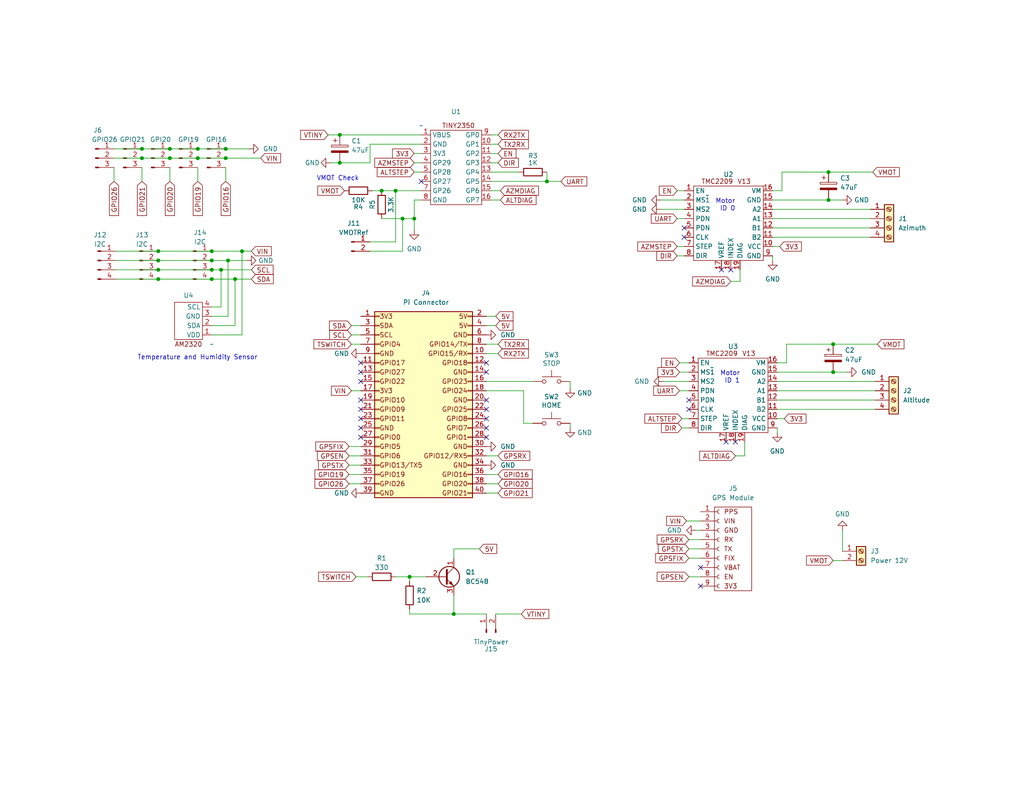
<source format=kicad_sch>
(kicad_sch (version 20231120) (generator "eeschema") (generator_version "8.0")
  (paper "USLetter")
  (title_block (title "Telescope Control Board for TMC2209") (date "2024-11-27") (rev "1") (company "Oak Ridge Computer Science Girls") (comment 1 "REV1: Change to one UART with 1K resistor") (comment 2 "REV2: Jumper for Tiny Power"))
  (lib_symbols
    (symbol "Connector:Conn_01x02_Pin" (pin_names (offset 1.016) hide)
      (property "Reference" "J" (at 0 2.54 0))
      (property "Value" "Conn_01x02_Pin" (at 0 -5.08 0))
      (symbol "Conn_01x02_Pin_1_1"
        (polyline (pts (xy 1.27 -2.54) (xy 0.8636 -2.54)) (stroke (width 0.1524)))
        (polyline (pts (xy 1.27 0) (xy 0.8636 0)) (stroke (width 0.1524)))
        (rectangle (start 0.8636 -2.413) (end 0 -2.667) (stroke (width 0.1524)) (fill (type outline)))
        (rectangle (start 0.8636 0.127) (end 0 -0.127) (stroke (width 0.1524)) (fill (type outline)))
        (pin passive line (at 5.08 0 180) (length 3.81) (name "Pin_1") (number "1"))
        (pin passive line (at 5.08 -2.54 180) (length 3.81) (name "Pin_2") (number "2"))
      )
    )
    (symbol "Connector:Conn_01x03_Pin" (pin_names (offset 1.016) hide)
      (property "Reference" "J" (at 0 5.08 0))
      (property "Value" "Conn_01x03_Pin" (at 0 -5.08 0))
      (symbol "Conn_01x03_Pin_1_1"
        (polyline (pts (xy 1.27 -2.54) (xy 0.8636 -2.54)) (stroke (width 0.1524)))
        (polyline (pts (xy 1.27 0) (xy 0.8636 0)) (stroke (width 0.1524)))
        (polyline (pts (xy 1.27 2.54) (xy 0.8636 2.54)) (stroke (width 0.1524)))
        (rectangle (start 0.8636 -2.413) (end 0 -2.667) (stroke (width 0.1524)) (fill (type outline)))
        (rectangle (start 0.8636 0.127) (end 0 -0.127) (stroke (width 0.1524)) (fill (type outline)))
        (rectangle (start 0.8636 2.667) (end 0 2.413) (stroke (width 0.1524)) (fill (type outline)))
        (pin passive line (at 5.08 2.54 180) (length 3.81) (name "Pin_1") (number "1"))
        (pin passive line (at 5.08 0 180) (length 3.81) (name "Pin_2") (number "2"))
        (pin passive line (at 5.08 -2.54 180) (length 3.81) (name "Pin_3") (number "3"))
      )
    )
    (symbol "Connector:Conn_01x04_Pin" (pin_names (offset 1.016) hide)
      (property "Reference" "J" (at 0 5.08 0))
      (property "Value" "Conn_01x04_Pin" (at 0 -7.62 0))
      (symbol "Conn_01x04_Pin_1_1"
        (polyline (pts (xy 1.27 -5.08) (xy 0.8636 -5.08)) (stroke (width 0.1524)))
        (polyline (pts (xy 1.27 -2.54) (xy 0.8636 -2.54)) (stroke (width 0.1524)))
        (polyline (pts (xy 1.27 0) (xy 0.8636 0)) (stroke (width 0.1524)))
        (polyline (pts (xy 1.27 2.54) (xy 0.8636 2.54)) (stroke (width 0.1524)))
        (rectangle (start 0.8636 -4.953) (end 0 -5.207) (stroke (width 0.1524)) (fill (type outline)))
        (rectangle (start 0.8636 -2.413) (end 0 -2.667) (stroke (width 0.1524)) (fill (type outline)))
        (rectangle (start 0.8636 0.127) (end 0 -0.127) (stroke (width 0.1524)) (fill (type outline)))
        (rectangle (start 0.8636 2.667) (end 0 2.413) (stroke (width 0.1524)) (fill (type outline)))
        (pin passive line (at 5.08 2.54 180) (length 3.81) (name "Pin_1") (number "1"))
        (pin passive line (at 5.08 0 180) (length 3.81) (name "Pin_2") (number "2"))
        (pin passive line (at 5.08 -2.54 180) (length 3.81) (name "Pin_3") (number "3"))
        (pin passive line (at 5.08 -5.08 180) (length 3.81) (name "Pin_4") (number "4"))
      )
    )
    (symbol "Connector:Conn_01x09_Socket" (pin_names (offset 1.016) hide)
      (property "Reference" "J5" (at -5.08 16.51 0))
      (property "Value" "GPS Module" (at -5.08 13.97 0))
      (symbol "Conn_01x09_Socket_1_1"
        (rectangle (start -1.27 11.43) (end 8.89 -11.43))
        (arc (start 0 -9.652) (mid -0.5058 -10.16) (end 0 -10.668) (stroke (width 0.1524)))
        (arc (start 0 -7.112) (mid -0.5058 -7.62) (end 0 -8.128) (stroke (width 0.1524)))
        (arc (start 0 -4.572) (mid -0.5058 -5.08) (end 0 -5.588) (stroke (width 0.1524)))
        (arc (start 0 -2.032) (mid -0.5058 -2.54) (end 0 -3.048) (stroke (width 0.1524)))
        (polyline (pts (xy -1.27 -10.16) (xy -0.508 -10.16)) (stroke (width 0.1524)))
        (polyline (pts (xy -1.27 -7.62) (xy -0.508 -7.62)) (stroke (width 0.1524)))
        (polyline (pts (xy -1.27 -5.08) (xy -0.508 -5.08)) (stroke (width 0.1524)))
        (polyline (pts (xy -1.27 -2.54) (xy -0.508 -2.54)) (stroke (width 0.1524)))
        (polyline (pts (xy -1.27 0) (xy -0.508 0)) (stroke (width 0.1524)))
        (polyline (pts (xy -1.27 2.54) (xy -0.508 2.54)) (stroke (width 0.1524)))
        (polyline (pts (xy -1.27 5.08) (xy -0.508 5.08)) (stroke (width 0.1524)))
        (polyline (pts (xy -1.27 7.62) (xy -0.508 7.62)) (stroke (width 0.1524)))
        (polyline (pts (xy -1.27 10.16) (xy -0.508 10.16)) (stroke (width 0.1524)))
        (arc (start 0 0.508) (mid -0.5058 0) (end 0 -0.508) (stroke (width 0.1524)))
        (arc (start 0 3.048) (mid -0.5058 2.54) (end 0 2.032) (stroke (width 0.1524)))
        (arc (start 0 5.588) (mid -0.5058 5.08) (end 0 4.572) (stroke (width 0.1524)))
        (arc (start 0 8.128) (mid -0.5058 7.62) (end 0 7.112) (stroke (width 0.1524)))
        (arc (start 0 10.668) (mid -0.5058 10.16) (end 0 9.652) (stroke (width 0.1524)))
        (text "3V3" (at 1.27 -10.16 0) (effects (font (size 1.27 1.27)) (justify left)))
        (text "EN" (at 1.27 -7.62 0) (effects (font (size 1.27 1.27)) (justify left)))
        (text "FIX" (at 1.27 -2.54 0) (effects (font (size 1.27 1.27)) (justify left)))
        (text "GND" (at 1.27 5.08 0) (effects (font (size 1.27 1.27)) (justify left)))
        (text "PPS" (at 1.27 10.16 0) (effects (font (size 1.27 1.27)) (justify left)))
        (text "RX" (at 1.27 2.54 0) (effects (font (size 1.27 1.27)) (justify left)))
        (text "TX" (at 1.27 0 0) (effects (font (size 1.27 1.27)) (justify left)))
        (text "VBAT" (at 1.27 -5.08 0) (effects (font (size 1.27 1.27)) (justify left)))
        (text "VIN" (at 1.27 7.62 0) (effects (font (size 1.27 1.27)) (justify left)))
        (pin passive line (at -5.08 10.16 0) (length 3.81) (name "Pin_1") (number "1"))
        (pin passive line (at -5.08 7.62 0) (length 3.81) (name "Pin_2") (number "2"))
        (pin passive line (at -5.08 5.08 0) (length 3.81) (name "Pin_3") (number "3"))
        (pin passive line (at -5.08 2.54 0) (length 3.81) (name "Pin_4") (number "4"))
        (pin passive line (at -5.08 0 0) (length 3.81) (name "Pin_5") (number "5"))
        (pin passive line (at -5.08 -2.54 0) (length 3.81) (name "Pin_6") (number "6"))
        (pin passive line (at -5.08 -5.08 0) (length 3.81) (name "Pin_7") (number "7"))
        (pin passive line (at -5.08 -7.62 0) (length 3.81) (name "Pin_8") (number "8"))
        (pin passive line (at -5.08 -10.16 0) (length 3.81) (name "Pin_9") (number "9"))
      )
    )
    (symbol "Connector:Screw_Terminal_01x02" (pin_names (offset 1.016) hide)
      (property "Reference" "J" (at 0 2.54 0))
      (property "Value" "Screw_Terminal_01x02" (at 0 -5.08 0))
      (symbol "Screw_Terminal_01x02_1_1"
        (rectangle (start -1.27 1.27) (end 1.27 -3.81) (stroke (width 0.254)) (fill (type background)))
        (circle (center 0 -2.54) (radius 0.635) (stroke (width 0.1524)))
        (polyline (pts (xy -0.5334 -2.2098) (xy 0.3302 -3.048)) (stroke (width 0.1524)))
        (polyline (pts (xy -0.5334 0.3302) (xy 0.3302 -0.508)) (stroke (width 0.1524)))
        (polyline (pts (xy -0.3556 -2.032) (xy 0.508 -2.8702)) (stroke (width 0.1524)))
        (polyline (pts (xy -0.3556 0.508) (xy 0.508 -0.3302)) (stroke (width 0.1524)))
        (circle (center 0 0) (radius 0.635) (stroke (width 0.1524)))
        (pin passive line (at -5.08 0 0) (length 3.81) (name "Pin_1") (number "1"))
        (pin passive line (at -5.08 -2.54 0) (length 3.81) (name "Pin_2") (number "2"))
      )
    )
    (symbol "Connector:Screw_Terminal_01x04" (pin_names (offset 1.016) hide)
      (property "Reference" "J" (at 0 5.08 0))
      (property "Value" "Screw_Terminal_01x04" (at 0 -7.62 0))
      (symbol "Screw_Terminal_01x04_1_1"
        (rectangle (start -1.27 3.81) (end 1.27 -6.35) (stroke (width 0.254)) (fill (type background)))
        (circle (center 0 -5.08) (radius 0.635) (stroke (width 0.1524)))
        (circle (center 0 -2.54) (radius 0.635) (stroke (width 0.1524)))
        (polyline (pts (xy -0.5334 -4.7498) (xy 0.3302 -5.588)) (stroke (width 0.1524)))
        (polyline (pts (xy -0.5334 -2.2098) (xy 0.3302 -3.048)) (stroke (width 0.1524)))
        (polyline (pts (xy -0.5334 0.3302) (xy 0.3302 -0.508)) (stroke (width 0.1524)))
        (polyline (pts (xy -0.5334 2.8702) (xy 0.3302 2.032)) (stroke (width 0.1524)))
        (polyline (pts (xy -0.3556 -4.572) (xy 0.508 -5.4102)) (stroke (width 0.1524)))
        (polyline (pts (xy -0.3556 -2.032) (xy 0.508 -2.8702)) (stroke (width 0.1524)))
        (polyline (pts (xy -0.3556 0.508) (xy 0.508 -0.3302)) (stroke (width 0.1524)))
        (polyline (pts (xy -0.3556 3.048) (xy 0.508 2.2098)) (stroke (width 0.1524)))
        (circle (center 0 0) (radius 0.635) (stroke (width 0.1524)))
        (circle (center 0 2.54) (radius 0.635) (stroke (width 0.1524)))
        (pin passive line (at -5.08 2.54 0) (length 3.81) (name "Pin_1") (number "1"))
        (pin passive line (at -5.08 0 0) (length 3.81) (name "Pin_2") (number "2"))
        (pin passive line (at -5.08 -2.54 0) (length 3.81) (name "Pin_3") (number "3"))
        (pin passive line (at -5.08 -5.08 0) (length 3.81) (name "Pin_4") (number "4"))
      )
    )
    (symbol "Connector_Generic:Conn_02x20_Odd_Even" (pin_names (offset 1.016) hide)
      (property "Reference" "J4" (at 12.7 29.21 0))
      (property "Value" "Pi Connector" (at 12.7 26.67 0))
      (symbol "Conn_02x20_Odd_Even_1_1"
        (rectangle (start -1.27 -25.273) (end 0 -25.527) (stroke (width 0.1524)))
        (rectangle (start -1.27 -22.733) (end 0 -22.987) (stroke (width 0.1524)))
        (rectangle (start -1.27 -20.193) (end 0 -20.447) (stroke (width 0.1524)))
        (rectangle (start -1.27 -17.653) (end 0 -17.907) (stroke (width 0.1524)))
        (rectangle (start -1.27 -15.113) (end 0 -15.367) (stroke (width 0.1524)))
        (rectangle (start -1.27 -12.573) (end 0 -12.827) (stroke (width 0.1524)))
        (rectangle (start -1.27 -10.033) (end 0 -10.287) (stroke (width 0.1524)))
        (rectangle (start -1.27 -7.493) (end 0 -7.747) (stroke (width 0.1524)))
        (rectangle (start -1.27 -4.953) (end 0 -5.207) (stroke (width 0.1524)))
        (rectangle (start -1.27 -2.413) (end 0 -2.667) (stroke (width 0.1524)))
        (rectangle (start -1.27 0.127) (end 0 -0.127) (stroke (width 0.1524)))
        (rectangle (start -1.27 2.667) (end 0 2.413) (stroke (width 0.1524)))
        (rectangle (start -1.27 5.207) (end 0 4.953) (stroke (width 0.1524)))
        (rectangle (start -1.27 7.747) (end 0 7.493) (stroke (width 0.1524)))
        (rectangle (start -1.27 10.287) (end 0 10.033) (stroke (width 0.1524)))
        (rectangle (start -1.27 12.827) (end 0 12.573) (stroke (width 0.1524)))
        (rectangle (start -1.27 15.367) (end 0 15.113) (stroke (width 0.1524)))
        (rectangle (start -1.27 17.907) (end 0 17.653) (stroke (width 0.1524)))
        (rectangle (start -1.27 20.447) (end 0 20.193) (stroke (width 0.1524)))
        (rectangle (start -1.27 22.987) (end 0 22.733) (stroke (width 0.1524)))
        (rectangle (start -1.27 24.13) (end 25.4 -26.67) (stroke (width 0.254)) (fill (type background)))
        (rectangle (start 25.4 -25.273) (end 24.13 -25.527) (stroke (width 0.1524)))
        (rectangle (start 25.4 -22.733) (end 24.13 -22.987) (stroke (width 0.1524)))
        (rectangle (start 25.4 -20.193) (end 24.13 -20.447) (stroke (width 0.1524)))
        (rectangle (start 25.4 -17.653) (end 24.13 -17.907) (stroke (width 0.1524)))
        (rectangle (start 25.4 -15.113) (end 24.13 -15.367) (stroke (width 0.1524)))
        (rectangle (start 25.4 -12.573) (end 24.13 -12.827) (stroke (width 0.1524)))
        (rectangle (start 25.4 -10.033) (end 24.13 -10.287) (stroke (width 0.1524)))
        (rectangle (start 25.4 -7.493) (end 24.13 -7.747) (stroke (width 0.1524)))
        (rectangle (start 25.4 -4.953) (end 24.13 -5.207) (stroke (width 0.1524)))
        (rectangle (start 25.4 -2.413) (end 24.13 -2.667) (stroke (width 0.1524)))
        (rectangle (start 25.4 0.127) (end 24.13 -0.127) (stroke (width 0.1524)))
        (rectangle (start 25.4 2.667) (end 24.13 2.413) (stroke (width 0.1524)))
        (rectangle (start 25.4 5.207) (end 24.13 4.953) (stroke (width 0.1524)))
        (rectangle (start 25.4 7.747) (end 24.13 7.493) (stroke (width 0.1524)))
        (rectangle (start 25.4 10.287) (end 24.13 10.033) (stroke (width 0.1524)))
        (rectangle (start 25.4 12.827) (end 24.13 12.573) (stroke (width 0.1524)))
        (rectangle (start 25.4 15.367) (end 24.13 15.113) (stroke (width 0.1524)))
        (rectangle (start 25.4 17.907) (end 24.13 17.653) (stroke (width 0.1524)))
        (rectangle (start 25.4 20.447) (end 24.13 20.193) (stroke (width 0.1524)))
        (rectangle (start 25.4 22.987) (end 24.13 22.733) (stroke (width 0.1524)))
        (text "3V3" (at 0 2.54 0) (effects (font (size 1.27 1.27)) (justify left)))
        (text "3V3" (at 0 22.86 0) (effects (font (size 1.27 1.27)) (justify left)))
        (text "5V" (at 24.13 20.32 0) (effects (font (size 1.27 1.27)) (justify right)))
        (text "5V" (at 24.13 22.86 0) (effects (font (size 1.27 1.27)) (justify right)))
        (text "GND" (at 0 -25.4 0) (effects (font (size 1.27 1.27)) (justify left)))
        (text "GND" (at 0 -7.62 0) (effects (font (size 1.27 1.27)) (justify left)))
        (text "GND" (at 0 12.7 0) (effects (font (size 1.27 1.27)) (justify left)))
        (text "GND" (at 24.13 -17.78 0) (effects (font (size 1.27 1.27)) (justify right)))
        (text "GND" (at 24.13 -12.7 0) (effects (font (size 1.27 1.27)) (justify right)))
        (text "GND" (at 24.13 0 0) (effects (font (size 1.27 1.27)) (justify right)))
        (text "GND" (at 24.13 7.62 0) (effects (font (size 1.27 1.27)) (justify right)))
        (text "GND" (at 24.13 17.78 0) (effects (font (size 1.27 1.27)) (justify right)))
        (text "GPIO0" (at 0 -10.16 0) (effects (font (size 1.27 1.27)) (justify left)))
        (text "GPIO09" (at 0 -2.54 0) (effects (font (size 1.27 1.27)) (justify left)))
        (text "GPIO1" (at 24.13 -10.16 0) (effects (font (size 1.27 1.27)) (justify right)))
        (text "GPIO10" (at 0 0 0) (effects (font (size 1.27 1.27)) (justify left)))
        (text "GPIO11" (at 0 -5.08 0) (effects (font (size 1.27 1.27)) (justify left)))
        (text "GPIO12/RX5" (at 24.13 -15.24 0) (effects (font (size 1.27 1.27)) (justify right)))
        (text "GPIO13/TX5" (at 0 -17.78 0) (effects (font (size 1.27 1.27)) (justify left)))
        (text "GPIO14/TX" (at 24.13 15.24 0) (effects (font (size 1.27 1.27)) (justify right)))
        (text "GPIO15/RX" (at 24.13 12.7 0) (effects (font (size 1.27 1.27)) (justify right)))
        (text "GPIO16" (at 24.13 -20.32 0) (effects (font (size 1.27 1.27)) (justify right)))
        (text "GPIO17" (at 0 10.16 0) (effects (font (size 1.27 1.27)) (justify left)))
        (text "GPIO18" (at 24.13 10.16 0) (effects (font (size 1.27 1.27)) (justify right)))
        (text "GPIO19" (at 0 -20.32 0) (effects (font (size 1.27 1.27)) (justify left)))
        (text "GPIO20" (at 24.13 -22.86 0) (effects (font (size 1.27 1.27)) (justify right)))
        (text "GPIO21" (at 24.13 -25.4 0) (effects (font (size 1.27 1.27)) (justify right)))
        (text "GPIO22" (at 0 5.08 0) (effects (font (size 1.27 1.27)) (justify left)))
        (text "GPIO23" (at 24.13 5.08 0) (effects (font (size 1.27 1.27)) (justify right)))
        (text "GPIO24" (at 24.13 2.54 0) (effects (font (size 1.27 1.27)) (justify right)))
        (text "GPIO25" (at 24.13 -2.54 0) (effects (font (size 1.27 1.27)) (justify right)))
        (text "GPIO26" (at 0 -22.86 0) (effects (font (size 1.27 1.27)) (justify left)))
        (text "GPIO27" (at 0 7.62 0) (effects (font (size 1.27 1.27)) (justify left)))
        (text "GPIO4" (at 0 15.24 0) (effects (font (size 1.27 1.27)) (justify left)))
        (text "GPIO5" (at 0 -12.7 0) (effects (font (size 1.27 1.27)) (justify left)))
        (text "GPIO6" (at 0 -15.24 0) (effects (font (size 1.27 1.27)) (justify left)))
        (text "GPIO7" (at 24.13 -7.62 0) (effects (font (size 1.27 1.27)) (justify right)))
        (text "GPIO8" (at 24.13 -5.08 0) (effects (font (size 1.27 1.27)) (justify right)))
        (text "SCL" (at 0 17.78 0) (effects (font (size 1.27 1.27)) (justify left)))
        (text "SDA" (at 0 20.32 0) (effects (font (size 1.27 1.27)) (justify left)))
        (pin passive line (at -5.08 22.86 0) (length 3.81) (name "Pin_1") (number "1"))
        (pin passive line (at 29.21 12.7 180) (length 3.81) (name "Pin_10") (number "10"))
        (pin passive line (at -5.08 10.16 0) (length 3.81) (name "Pin_11") (number "11"))
        (pin passive line (at 29.21 10.16 180) (length 3.81) (name "Pin_12") (number "12"))
        (pin passive line (at -5.08 7.62 0) (length 3.81) (name "Pin_13") (number "13"))
        (pin passive line (at 29.21 7.62 180) (length 3.81) (name "Pin_14") (number "14"))
        (pin passive line (at -5.08 5.08 0) (length 3.81) (name "Pin_15") (number "15"))
        (pin passive line (at 29.21 5.08 180) (length 3.81) (name "Pin_16") (number "16"))
        (pin passive line (at -5.08 2.54 0) (length 3.81) (name "Pin_17") (number "17"))
        (pin passive line (at 29.21 2.54 180) (length 3.81) (name "Pin_18") (number "18"))
        (pin passive line (at -5.08 0 0) (length 3.81) (name "Pin_19") (number "19"))
        (pin passive line (at 29.21 22.86 180) (length 3.81) (name "Pin_2") (number "2"))
        (pin passive line (at 29.21 0 180) (length 3.81) (name "Pin_20") (number "20"))
        (pin passive line (at -5.08 -2.54 0) (length 3.81) (name "Pin_21") (number "21"))
        (pin passive line (at 29.21 -2.54 180) (length 3.81) (name "Pin_22") (number "22"))
        (pin passive line (at -5.08 -5.08 0) (length 3.81) (name "Pin_23") (number "23"))
        (pin passive line (at 29.21 -5.08 180) (length 3.81) (name "Pin_24") (number "24"))
        (pin passive line (at -5.08 -7.62 0) (length 3.81) (name "Pin_25") (number "25"))
        (pin passive line (at 29.21 -7.62 180) (length 3.81) (name "Pin_26") (number "26"))
        (pin passive line (at -5.08 -10.16 0) (length 3.81) (name "Pin_27") (number "27"))
        (pin passive line (at 29.21 -10.16 180) (length 3.81) (name "Pin_28") (number "28"))
        (pin passive line (at -5.08 -12.7 0) (length 3.81) (name "Pin_29") (number "29"))
        (pin passive line (at -5.08 20.32 0) (length 3.81) (name "Pin_3") (number "3"))
        (pin passive line (at 29.21 -12.7 180) (length 3.81) (name "Pin_30") (number "30"))
        (pin passive line (at -5.08 -15.24 0) (length 3.81) (name "Pin_31") (number "31"))
        (pin passive line (at 29.21 -15.24 180) (length 3.81) (name "Pin_32") (number "32"))
        (pin passive line (at -5.08 -17.78 0) (length 3.81) (name "Pin_33") (number "33"))
        (pin passive line (at 29.21 -17.78 180) (length 3.81) (name "Pin_34") (number "34"))
        (pin passive line (at -5.08 -20.32 0) (length 3.81) (name "Pin_35") (number "35"))
        (pin passive line (at 29.21 -20.32 180) (length 3.81) (name "Pin_36") (number "36"))
        (pin passive line (at -5.08 -22.86 0) (length 3.81) (name "Pin_37") (number "37"))
        (pin passive line (at 29.21 -22.86 180) (length 3.81) (name "Pin_38") (number "38"))
        (pin passive line (at -5.08 -25.4 0) (length 3.81) (name "Pin_39") (number "39"))
        (pin passive line (at 29.21 20.32 180) (length 3.81) (name "Pin_4") (number "4"))
        (pin passive line (at 29.21 -25.4 180) (length 3.81) (name "Pin_40") (number "40"))
        (pin passive line (at -5.08 17.78 0) (length 3.81) (name "Pin_5") (number "5"))
        (pin passive line (at 29.21 17.78 180) (length 3.81) (name "Pin_6") (number "6"))
        (pin passive line (at -5.08 15.24 0) (length 3.81) (name "Pin_7") (number "7"))
        (pin passive line (at 29.21 15.24 180) (length 3.81) (name "Pin_8") (number "8"))
        (pin passive line (at -5.08 12.7 0) (length 3.81) (name "Pin_9") (number "9"))
      )
    )
    (symbol "Device:C_Polarized" (pin_numbers hide) (pin_names (offset 0.254))
      (property "Reference" "C" (at 0.635 2.54 0))
      (property "Value" "C_Polarized" (at 0.635 -2.54 0))
      (symbol "C_Polarized_0_1"
        (rectangle (start -2.286 0.508) (end 2.286 1.016))
        (polyline (pts (xy -1.778 2.286) (xy -0.762 2.286)))
        (polyline (pts (xy -1.27 2.794) (xy -1.27 1.778)))
        (rectangle (start 2.286 -0.508) (end -2.286 -1.016) (fill (type outline)))
      )
      (symbol "C_Polarized_1_1"
        (pin passive line (at 0 3.81 270) (length 2.794) (name "~") (number "1"))
        (pin passive line (at 0 -3.81 90) (length 2.794) (name "~") (number "2"))
      )
    )
    (symbol "Device:R" (pin_numbers hide) (pin_names (offset 0))
      (property "Reference" "R" (at 2.032 0 90))
      (property "Value" "R" (at 0 0 90))
      (symbol "R_0_1"
        (rectangle (start -1.016 -2.54) (end 1.016 2.54) (stroke (width 0.254)))
      )
      (symbol "R_1_1"
        (pin passive line (at 0 3.81 270) (length 1.27) (name "~") (number "1"))
        (pin passive line (at 0 -3.81 90) (length 1.27) (name "~") (number "2"))
      )
    )
    (symbol "Switch:SW_Push" (pin_numbers hide) (pin_names (offset 1.016) hide)
      (property "Reference" "SW" (at 1.27 2.54 0))
      (property "Value" "SW_Push" (at 0 -1.524 0))
      (symbol "SW_Push_0_1"
        (circle (center -2.032 0) (radius 0.508))
        (polyline (pts (xy 0 1.27) (xy 0 3.048)))
        (polyline (pts (xy 2.54 1.27) (xy -2.54 1.27)))
        (circle (center 2.032 0) (radius 0.508))
        (pin passive line (at -5.08 0 0) (length 2.54) (name "1") (number "1"))
        (pin passive line (at 5.08 0 180) (length 2.54) (name "2") (number "2"))
      )
    )
    (symbol "ThomasSymbols:AM2320"
      (property "Reference" "U" (at 6.35 2.54 0))
      (symbol "AM2320_0_1"
        (rectangle (start 2.54 -1.27) (end 10.16 -11.43))
      )
      (symbol "AM2320_1_1"
        (text "AM2320" (at 6.35 0 0) (effects (font (size 1.27 1.27))))
        (pin input line (at 0 -2.54 0) (length 2.54) (name "VDD") (number "1"))
        (pin input line (at 0 -5.08 0) (length 2.54) (name "SDA") (number "2"))
        (pin input line (at 0 -7.62 0) (length 2.54) (name "GND") (number "3"))
        (pin input line (at 0 -10.16 0) (length 2.54) (name "SCL") (number "4"))
      )
    )
    (symbol "ThomasSymbols:TINY2350"
      (property "Reference" "U1" (at 9.525 3.81 0))
      (property "Value" "~" (at 0 0 0))
      (symbol "TINY2350_1_1"
        (rectangle (start 2.54 -1.27) (end 16.51 -21.59))
        (text "TINY2350" (at 10.16 0 0) (effects (font (size 1.27 1.27))))
        (pin output line (at 0 -2.54 0) (length 2.54) (name "VBUS") (number "1"))
        (pin bidirectional line (at 19.05 -5.08 180) (length 2.54) (name "GP1") (number "10"))
        (pin bidirectional line (at 19.05 -7.62 180) (length 2.54) (name "GP2") (number "11"))
        (pin bidirectional line (at 19.05 -10.16 180) (length 2.54) (name "GP3") (number "12"))
        (pin bidirectional line (at 19.05 -12.7 180) (length 2.54) (name "GP4") (number "13"))
        (pin bidirectional line (at 19.05 -15.24 180) (length 2.54) (name "GP5") (number "14"))
        (pin bidirectional line (at 19.05 -17.78 180) (length 2.54) (name "GP6") (number "15"))
        (pin bidirectional line (at 19.05 -20.32 180) (length 2.54) (name "GP7") (number "16"))
        (pin bidirectional line (at 0 -5.08 0) (length 2.54) (name "GND") (number "2"))
        (pin output line (at 0 -7.62 0) (length 2.54) (name "3V3") (number "3"))
        (pin bidirectional line (at 0 -10.16 0) (length 2.54) (name "GP29") (number "4"))
        (pin bidirectional line (at 0 -12.7 0) (length 2.54) (name "GP28") (number "5"))
        (pin bidirectional line (at 0 -15.24 0) (length 2.54) (name "GP27") (number "6"))
        (pin bidirectional line (at 0 -17.78 0) (length 2.54) (name "GP26") (number "7"))
        (pin bidirectional line (at 0 -20.32 0) (length 2.54) (name "GND") (number "8"))
        (pin bidirectional line (at 19.05 -2.54 180) (length 2.54) (name "GP0") (number "9"))
      )
    )
    (symbol "ThomasSymbols:TMC2209"
      (property "Reference" "U" (at 5.08 6.35 0))
      (symbol "TMC2209_0_1"
        (rectangle (start -3.81 2.54) (end 15.24 -17.78))
      )
      (symbol "TMC2209_1_1"
        (text "TMC2209	V13" (at 5.08 3.81 0) (effects (font (size 1.27 1.27))))
        (pin input line (at -6.35 1.27 0) (length 2.54) (name "EN") (number "1"))
        (pin input line (at 17.78 -13.97 180) (length 2.54) (name "VCC") (number "10"))
        (pin power_out line (at 17.78 -11.43 180) (length 2.54) (name "B2") (number "11"))
        (pin power_out line (at 17.78 -8.89 180) (length 2.54) (name "B1") (number "12"))
        (pin power_out line (at 17.78 -6.35 180) (length 2.54) (name "A1") (number "13"))
        (pin power_out line (at 17.78 -3.81 180) (length 2.54) (name "A2") (number "14"))
        (pin input line (at 17.78 -1.27 180) (length 2.54) (name "GND") (number "15"))
        (pin input line (at 17.78 1.27 180) (length 2.54) (name "VM") (number "16"))
        (pin input line (at 3.81 -20.32 90) (length 2.54) (name "VREF") (number "17"))
        (pin output line (at 6.35 -20.32 90) (length 2.54) (name "INDEX") (number "18"))
        (pin output line (at 8.89 -20.32 90) (length 2.54) (name "DIAG") (number "19"))
        (pin input line (at -6.35 -1.27 0) (length 2.54) (name "MS1") (number "2"))
        (pin input line (at -6.35 -3.81 0) (length 2.54) (name "MS2") (number "3"))
        (pin bidirectional line (at -6.35 -6.35 0) (length 2.54) (name "PDN") (number "4"))
        (pin bidirectional line (at -6.35 -8.89 0) (length 2.54) (name "PDN") (number "5"))
        (pin bidirectional line (at -6.35 -11.43 0) (length 2.54) (name "CLK") (number "6"))
        (pin input line (at -6.35 -13.97 0) (length 2.54) (name "STEP") (number "7"))
        (pin input line (at -6.35 -16.51 0) (length 2.54) (name "DIR") (number "8"))
        (pin input line (at 17.78 -16.51 180) (length 2.54) (name "GND") (number "9"))
      )
    )
    (symbol "Transistor_BJT:BC548" (pin_names (offset 0) hide)
      (property "Reference" "Q" (at 5.08 1.905 0))
      (property "Value" "BC548" (at 5.08 0 0))
      (symbol "BC548_0_1"
        (polyline (pts (xy 0 0) (xy 0.635 0)))
        (polyline (pts (xy 0.635 0.635) (xy 2.54 2.54)))
        (polyline (pts (xy 0.635 -0.635) (xy 2.54 -2.54) (xy 2.54 -2.54)))
        (polyline (pts (xy 0.635 1.905) (xy 0.635 -1.905) (xy 0.635 -1.905)) (stroke (width 0.508)))
        (polyline (pts (xy 1.27 -1.778) (xy 1.778 -1.27) (xy 2.286 -2.286) (xy 1.27 -1.778) (xy 1.27 -1.778)) (fill (type outline)))
        (circle (center 1.27 0) (radius 2.8194) (stroke (width 0.254)))
      )
      (symbol "BC548_1_1"
        (pin passive line (at 2.54 5.08 270) (length 2.54) (name "C") (number "1"))
        (pin input line (at -5.08 0 0) (length 5.08) (name "B") (number "2"))
        (pin passive line (at 2.54 -5.08 90) (length 2.54) (name "E") (number "3"))
      )
    )
    (symbol "power:GND" (power) (pin_names (offset 0))
      (property "Value" "GND" (at 0 -3.81 0))
      (symbol "GND_0_1"
        (polyline (pts (xy 0 0) (xy 0 -1.27) (xy 1.27 -1.27) (xy 0 -2.54) (xy -1.27 -1.27) (xy 0 -1.27)))
      )
      (symbol "GND_1_1"
        (pin power_in line (at 0 0 270) (length 0) hide (name "GND") (number "1"))
      )
    )
  )
  (junction (at 57.785 71.12))
  (junction (at 66.04 68.58))
  (junction (at 111.76 157.48))
  (junction (at 60.325 73.66))
  (junction (at 104.14 52.07))
  (junction (at 57.785 68.58))
  (junction (at 53.975 43.18))
  (junction (at 92.71 36.83))
  (junction (at 123.825 167.64))
  (junction (at 43.18 76.2))
  (junction (at 57.785 73.66))
  (junction (at 109.855 59.69))
  (junction (at 226.06 46.99))
  (junction (at 92.71 44.45))
  (junction (at 43.18 68.58))
  (junction (at 38.735 43.18))
  (junction (at 227.33 101.6))
  (junction (at 61.595 43.18))
  (junction (at 113.03 59.69))
  (junction (at 38.735 40.64))
  (junction (at 46.355 43.18))
  (junction (at 43.18 71.12))
  (junction (at 226.06 54.61))
  (junction (at 62.23 71.12))
  (junction (at 64.135 76.2))
  (junction (at 61.595 40.64))
  (junction (at 227.33 93.98))
  (junction (at 46.355 40.64))
  (junction (at 107.95 52.07))
  (junction (at 53.975 40.64))
  (junction (at 149.225 49.53))
  (junction (at 57.785 76.2))
  (junction (at 43.18 73.66))
  (no_connect (at 132.715 116.84))
  (no_connect (at 186.69 62.23))
  (no_connect (at 186.69 64.77))
  (no_connect (at 132.715 111.76))
  (no_connect (at 200.66 120.65))
  (no_connect (at 196.85 73.66))
  (no_connect (at 98.425 99.06))
  (no_connect (at 132.715 101.6))
  (no_connect (at 187.96 111.76))
  (no_connect (at 199.39 73.66))
  (no_connect (at 98.425 104.14))
  (no_connect (at 187.96 109.22))
  (no_connect (at 98.425 101.6))
  (no_connect (at 132.715 119.38))
  (no_connect (at 98.425 119.38))
  (no_connect (at 98.425 114.3))
  (no_connect (at 132.715 114.3))
  (no_connect (at 98.425 109.22))
  (no_connect (at 191.135 154.94))
  (no_connect (at 98.425 116.84))
  (no_connect (at 98.425 111.76))
  (no_connect (at 132.715 109.22))
  (no_connect (at 198.12 120.65))
  (no_connect (at 114.935 49.53))
  (no_connect (at 132.715 99.06))
  (no_connect (at 191.135 160.02))
  (wire (pts (xy 180.34 57.15) (xy 186.69 57.15)))
  (wire (pts (xy 214.63 93.98) (xy 227.33 93.98)))
  (wire (pts (xy 92.71 36.83) (xy 114.935 36.83)))
  (wire (pts (xy 46.355 43.18) (xy 53.975 43.18)))
  (wire (pts (xy 210.82 59.69) (xy 237.49 59.69)))
  (wire (pts (xy 68.58 73.66) (xy 60.325 73.66)))
  (wire (pts (xy 199.39 76.835) (xy 201.93 76.835)))
  (wire (pts (xy 109.855 68.58) (xy 109.855 59.69)))
  (wire (pts (xy 111.76 158.75) (xy 111.76 157.48)))
  (wire (pts (xy 213.36 46.99) (xy 226.06 46.99)))
  (wire (pts (xy 95.25 121.92) (xy 98.425 121.92)))
  (wire (pts (xy 43.18 71.12) (xy 57.785 71.12)))
  (wire (pts (xy 66.04 91.44) (xy 66.04 68.58)))
  (wire (pts (xy 132.715 96.52) (xy 135.89 96.52)))
  (wire (pts (xy 132.715 124.46) (xy 135.89 124.46)))
  (wire (pts (xy 95.885 91.44) (xy 98.425 91.44)))
  (wire (pts (xy 31.75 76.2) (xy 43.18 76.2)))
  (wire (pts (xy 229.87 144.78) (xy 229.87 150.495)))
  (wire (pts (xy 113.03 59.69) (xy 113.03 62.865)))
  (wire (pts (xy 133.985 36.83) (xy 135.89 36.83)))
  (wire (pts (xy 187.96 149.86) (xy 191.135 149.86)))
  (wire (pts (xy 104.14 59.69) (xy 109.855 59.69)))
  (wire (pts (xy 61.595 43.18) (xy 71.12 43.18)))
  (wire (pts (xy 185.42 99.06) (xy 187.96 99.06)))
  (wire (pts (xy 186.055 114.3) (xy 187.96 114.3)))
  (wire (pts (xy 132.715 88.9) (xy 135.255 88.9)))
  (wire (pts (xy 187.96 152.4) (xy 191.135 152.4)))
  (wire (pts (xy 114.935 39.37) (xy 100.965 39.37)))
  (wire (pts (xy 67.31 71.12) (xy 62.23 71.12)))
  (wire (pts (xy 210.82 54.61) (xy 226.06 54.61)))
  (wire (pts (xy 57.785 83.82) (xy 60.325 83.82)))
  (wire (pts (xy 145.415 115.57) (xy 142.875 115.57)))
  (wire (pts (xy 100.965 39.37) (xy 100.965 44.45)))
  (wire (pts (xy 38.735 43.18) (xy 46.355 43.18)))
  (wire (pts (xy 132.715 104.14) (xy 145.415 104.14)))
  (wire (pts (xy 149.225 49.53) (xy 153.035 49.53)))
  (wire (pts (xy 186.055 116.84) (xy 187.96 116.84)))
  (wire (pts (xy 57.785 88.9) (xy 64.135 88.9)))
  (wire (pts (xy 113.03 54.61) (xy 113.03 59.69)))
  (wire (pts (xy 46.355 45.72) (xy 46.355 49.53)))
  (wire (pts (xy 203.2 124.46) (xy 203.2 120.65)))
  (wire (pts (xy 66.04 68.58) (xy 57.785 68.58)))
  (wire (pts (xy 226.06 54.61) (xy 229.87 54.61)))
  (wire (pts (xy 113.03 46.99) (xy 114.935 46.99)))
  (wire (pts (xy 227.33 153.035) (xy 229.87 153.035)))
  (wire (pts (xy 212.09 106.68) (xy 238.76 106.68)))
  (wire (pts (xy 187.96 157.48) (xy 191.135 157.48)))
  (wire (pts (xy 43.18 76.2) (xy 57.785 76.2)))
  (wire (pts (xy 53.975 43.18) (xy 61.595 43.18)))
  (wire (pts (xy 227.33 93.98) (xy 239.395 93.98)))
  (wire (pts (xy 133.985 49.53) (xy 149.225 49.53)))
  (wire (pts (xy 43.18 73.66) (xy 57.785 73.66)))
  (wire (pts (xy 31.75 73.66) (xy 43.18 73.66)))
  (wire (pts (xy 31.115 43.18) (xy 38.735 43.18)))
  (wire (pts (xy 155.575 116.84) (xy 155.575 115.57)))
  (wire (pts (xy 107.95 66.04) (xy 107.95 52.07)))
  (wire (pts (xy 133.985 44.45) (xy 135.89 44.45)))
  (wire (pts (xy 57.785 91.44) (xy 66.04 91.44)))
  (wire (pts (xy 31.75 68.58) (xy 43.18 68.58)))
  (wire (pts (xy 130.81 149.86) (xy 123.825 149.86)))
  (wire (pts (xy 133.985 54.61) (xy 136.525 54.61)))
  (wire (pts (xy 57.785 86.36) (xy 62.23 86.36)))
  (wire (pts (xy 132.715 134.62) (xy 135.89 134.62)))
  (wire (pts (xy 135.255 167.64) (xy 142.24 167.64)))
  (wire (pts (xy 31.75 71.12) (xy 43.18 71.12)))
  (wire (pts (xy 184.785 59.69) (xy 186.69 59.69)))
  (wire (pts (xy 133.985 52.07) (xy 136.525 52.07)))
  (wire (pts (xy 68.58 76.2) (xy 64.135 76.2)))
  (wire (pts (xy 212.09 99.06) (xy 214.63 99.06)))
  (wire (pts (xy 60.325 73.66) (xy 57.785 73.66)))
  (wire (pts (xy 38.735 45.72) (xy 38.735 49.53)))
  (wire (pts (xy 210.82 52.07) (xy 213.36 52.07)))
  (wire (pts (xy 132.715 93.98) (xy 135.89 93.98)))
  (wire (pts (xy 210.82 67.31) (xy 212.725 67.31)))
  (wire (pts (xy 113.03 54.61) (xy 114.935 54.61)))
  (wire (pts (xy 43.18 68.58) (xy 57.785 68.58)))
  (wire (pts (xy 95.25 124.46) (xy 98.425 124.46)))
  (wire (pts (xy 187.325 142.24) (xy 191.135 142.24)))
  (wire (pts (xy 95.25 132.08) (xy 98.425 132.08)))
  (wire (pts (xy 68.58 68.58) (xy 66.04 68.58)))
  (wire (pts (xy 100.965 66.04) (xy 107.95 66.04)))
  (wire (pts (xy 133.985 41.91) (xy 135.89 41.91)))
  (wire (pts (xy 92.71 44.45) (xy 100.965 44.45)))
  (wire (pts (xy 187.96 147.32) (xy 191.135 147.32)))
  (wire (pts (xy 189.865 144.78) (xy 191.135 144.78)))
  (wire (pts (xy 61.595 45.72) (xy 61.595 49.53)))
  (wire (pts (xy 212.09 116.84) (xy 212.09 118.11)))
  (wire (pts (xy 61.595 40.64) (xy 67.945 40.64)))
  (wire (pts (xy 210.82 64.77) (xy 237.49 64.77)))
  (wire (pts (xy 60.325 83.82) (xy 60.325 73.66)))
  (wire (pts (xy 123.825 167.64) (xy 132.715 167.64)))
  (wire (pts (xy 111.76 167.64) (xy 123.825 167.64)))
  (wire (pts (xy 123.825 162.56) (xy 123.825 167.64)))
  (wire (pts (xy 62.23 86.36) (xy 62.23 71.12)))
  (wire (pts (xy 238.125 46.99) (xy 226.06 46.99)))
  (wire (pts (xy 111.76 157.48) (xy 116.205 157.48)))
  (wire (pts (xy 213.36 52.07) (xy 213.36 46.99)))
  (wire (pts (xy 95.885 93.98) (xy 98.425 93.98)))
  (wire (pts (xy 214.63 99.06) (xy 214.63 93.98)))
  (wire (pts (xy 185.42 101.6) (xy 187.96 101.6)))
  (wire (pts (xy 212.09 111.76) (xy 238.76 111.76)))
  (wire (pts (xy 53.975 40.64) (xy 61.595 40.64)))
  (wire (pts (xy 95.25 127) (xy 98.425 127)))
  (wire (pts (xy 133.985 46.99) (xy 141.605 46.99)))
  (wire (pts (xy 95.25 129.54) (xy 98.425 129.54)))
  (wire (pts (xy 111.76 167.64) (xy 111.76 166.37)))
  (wire (pts (xy 123.825 149.86) (xy 123.825 152.4)))
  (wire (pts (xy 210.82 57.15) (xy 237.49 57.15)))
  (wire (pts (xy 201.93 76.835) (xy 201.93 73.66)))
  (wire (pts (xy 31.115 40.64) (xy 38.735 40.64)))
  (wire (pts (xy 184.785 67.31) (xy 186.69 67.31)))
  (wire (pts (xy 95.885 88.9) (xy 98.425 88.9)))
  (wire (pts (xy 53.975 45.72) (xy 53.975 49.53)))
  (wire (pts (xy 107.95 157.48) (xy 111.76 157.48)))
  (wire (pts (xy 184.785 69.85) (xy 186.69 69.85)))
  (wire (pts (xy 149.225 49.53) (xy 149.225 46.99)))
  (wire (pts (xy 64.135 88.9) (xy 64.135 76.2)))
  (wire (pts (xy 62.23 71.12) (xy 57.785 71.12)))
  (wire (pts (xy 142.875 115.57) (xy 142.875 106.68)))
  (wire (pts (xy 90.17 44.45) (xy 92.71 44.45)))
  (wire (pts (xy 132.715 129.54) (xy 135.89 129.54)))
  (wire (pts (xy 184.785 52.07) (xy 186.69 52.07)))
  (wire (pts (xy 180.34 54.61) (xy 186.69 54.61)))
  (wire (pts (xy 38.735 40.64) (xy 46.355 40.64)))
  (wire (pts (xy 227.33 101.6) (xy 231.14 101.6)))
  (wire (pts (xy 64.135 76.2) (xy 57.785 76.2)))
  (wire (pts (xy 132.715 86.36) (xy 135.255 86.36)))
  (wire (pts (xy 89.535 36.83) (xy 92.71 36.83)))
  (wire (pts (xy 31.115 45.72) (xy 31.115 49.53)))
  (wire (pts (xy 210.82 62.23) (xy 237.49 62.23)))
  (wire (pts (xy 212.09 101.6) (xy 227.33 101.6)))
  (wire (pts (xy 210.82 69.85) (xy 210.82 71.12)))
  (wire (pts (xy 155.575 106.045) (xy 155.575 104.14)))
  (wire (pts (xy 109.855 59.69) (xy 113.03 59.69)))
  (wire (pts (xy 101.6 52.07) (xy 104.14 52.07)))
  (wire (pts (xy 132.715 132.08) (xy 135.89 132.08)))
  (wire (pts (xy 142.875 106.68) (xy 132.715 106.68)))
  (wire (pts (xy 180.975 104.14) (xy 187.96 104.14)))
  (wire (pts (xy 104.14 52.07) (xy 107.95 52.07)))
  (wire (pts (xy 113.03 41.91) (xy 114.935 41.91)))
  (wire (pts (xy 200.66 124.46) (xy 203.2 124.46)))
  (wire (pts (xy 212.09 104.14) (xy 238.76 104.14)))
  (wire (pts (xy 97.155 157.48) (xy 100.33 157.48)))
  (wire (pts (xy 212.09 109.22) (xy 238.76 109.22)))
  (wire (pts (xy 212.09 114.3) (xy 213.995 114.3)))
  (wire (pts (xy 185.42 106.68) (xy 187.96 106.68)))
  (wire (pts (xy 133.985 39.37) (xy 135.89 39.37)))
  (wire (pts (xy 46.355 40.64) (xy 53.975 40.64)))
  (wire (pts (xy 113.03 44.45) (xy 114.935 44.45)))
  (wire (pts (xy 95.885 106.68) (xy 98.425 106.68)))
  (wire (pts (xy 107.95 52.07) (xy 114.935 52.07)))
  (wire (pts (xy 100.965 68.58) (xy 109.855 68.58)))
  (text "Motor\nID 0" (at 200.66 57.785 0) (effects (font (size 1.27 1.27)) (justify right bottom)))
  (text "VMOT Check" (at 86.36 49.53 0) (effects (font (size 1.27 1.27)) (justify left bottom)))
  (text "Temperature and Humidity Sensor" (at 37.465 98.425 0) (effects (font (size 1.27 1.27)) (justify left bottom)))
  (text "Motor\nID 1" (at 201.93 104.775 0) (effects (font (size 1.27 1.27)) (justify right bottom)))
  (global_label "GPSRX" (shape input) (at 187.96 147.32 180) (property "Intersheetrefs" "${INTERSHEET_REFS}" (effects (hide yes))))
  (global_label "DIR" (shape input) (at 135.89 44.45 0) (property "Intersheetrefs" "${INTERSHEET_REFS}" (effects (hide yes))))
  (global_label "SCL" (shape input) (at 95.885 91.44 180) (property "Intersheetrefs" "${INTERSHEET_REFS}" (effects (hide yes))))
  (global_label "GPIO21" (shape input) (at 38.735 49.53 270) (property "Intersheetrefs" "${INTERSHEET_REFS}" (effects (hide yes))))
  (global_label "SCL" (shape input) (at 68.58 73.66 0) (property "Intersheetrefs" "${INTERSHEET_REFS}" (effects (hide yes))))
  (global_label "GPSTX" (shape input) (at 95.25 127 180) (property "Intersheetrefs" "${INTERSHEET_REFS}" (effects (hide yes))))
  (global_label "GPIO19" (shape input) (at 53.975 49.53 270) (property "Intersheetrefs" "${INTERSHEET_REFS}" (effects (hide yes))))
  (global_label "VMOT" (shape input) (at 93.98 52.07 180) (property "Intersheetrefs" "${INTERSHEET_REFS}" (effects (hide yes))))
  (global_label "EN" (shape input) (at 185.42 99.06 180) (property "Intersheetrefs" "${INTERSHEET_REFS}" (effects (hide yes))))
  (global_label "UART" (shape input) (at 184.785 59.69 180) (property "Intersheetrefs" "${INTERSHEET_REFS}" (effects (hide yes))))
  (global_label "3V3" (shape input) (at 213.995 114.3 0) (property "Intersheetrefs" "${INTERSHEET_REFS}" (effects (hide yes))))
  (global_label "VIN" (shape input) (at 95.885 106.68 180) (property "Intersheetrefs" "${INTERSHEET_REFS}" (effects (hide yes))))
  (global_label "EN" (shape input) (at 184.785 52.07 180) (property "Intersheetrefs" "${INTERSHEET_REFS}" (effects (hide yes))))
  (global_label "GPSEN" (shape input) (at 187.96 157.48 180) (property "Intersheetrefs" "${INTERSHEET_REFS}" (effects (hide yes))))
  (global_label "GPSFIX" (shape input) (at 187.96 152.4 180) (property "Intersheetrefs" "${INTERSHEET_REFS}" (effects (hide yes))))
  (global_label "UART" (shape input) (at 153.035 49.53 0) (property "Intersheetrefs" "${INTERSHEET_REFS}" (effects (hide yes))))
  (global_label "5V" (shape input) (at 130.81 149.86 0) (property "Intersheetrefs" "${INTERSHEET_REFS}" (effects (hide yes))))
  (global_label "TX2RX" (shape input) (at 135.89 39.37 0) (property "Intersheetrefs" "${INTERSHEET_REFS}" (effects (hide yes))))
  (global_label "ALTDIAG" (shape input) (at 136.525 54.61 0) (property "Intersheetrefs" "${INTERSHEET_REFS}" (effects (hide yes))))
  (global_label "AZMDIAG" (shape input) (at 199.39 76.835 180) (property "Intersheetrefs" "${INTERSHEET_REFS}" (effects (hide yes))))
  (global_label "VTINY" (shape input) (at 142.24 167.64 0) (property "Intersheetrefs" "${INTERSHEET_REFS}" (effects (hide yes))))
  (global_label "VIN" (shape input) (at 68.58 68.58 0) (property "Intersheetrefs" "${INTERSHEET_REFS}" (effects (hide yes))))
  (global_label "TX2RX" (shape input) (at 135.89 93.98 0) (property "Intersheetrefs" "${INTERSHEET_REFS}" (effects (hide yes))))
  (global_label "3V3" (shape input) (at 113.03 41.91 180) (property "Intersheetrefs" "${INTERSHEET_REFS}" (effects (hide yes))))
  (global_label "GPIO20" (shape input) (at 135.89 132.08 0) (property "Intersheetrefs" "${INTERSHEET_REFS}" (effects (hide yes))))
  (global_label "ALTSTEP" (shape input) (at 186.055 114.3 180) (property "Intersheetrefs" "${INTERSHEET_REFS}" (effects (hide yes))))
  (global_label "RX2TX" (shape input) (at 135.89 96.52 0) (property "Intersheetrefs" "${INTERSHEET_REFS}" (effects (hide yes))))
  (global_label "VIN" (shape input) (at 187.325 142.24 180) (property "Intersheetrefs" "${INTERSHEET_REFS}" (effects (hide yes))))
  (global_label "AZMSTEP" (shape input) (at 184.785 67.31 180) (property "Intersheetrefs" "${INTERSHEET_REFS}" (effects (hide yes))))
  (global_label "3V3" (shape input) (at 185.42 101.6 180) (property "Intersheetrefs" "${INTERSHEET_REFS}" (effects (hide yes))))
  (global_label "SDA" (shape input) (at 95.885 88.9 180) (property "Intersheetrefs" "${INTERSHEET_REFS}" (effects (hide yes))))
  (global_label "RX2TX" (shape input) (at 135.89 36.83 0) (property "Intersheetrefs" "${INTERSHEET_REFS}" (effects (hide yes))))
  (global_label "VMOT" (shape input) (at 227.33 153.035 180) (property "Intersheetrefs" "${INTERSHEET_REFS}" (effects (hide yes))))
  (global_label "ALTSTEP" (shape input) (at 113.03 46.99 180) (property "Intersheetrefs" "${INTERSHEET_REFS}" (effects (hide yes))))
  (global_label "UART" (shape input) (at 185.42 106.68 180) (property "Intersheetrefs" "${INTERSHEET_REFS}" (effects (hide yes))))
  (global_label "GPSTX" (shape input) (at 187.96 149.86 180) (property "Intersheetrefs" "${INTERSHEET_REFS}" (effects (hide yes))))
  (global_label "GPSFIX" (shape input) (at 95.25 121.92 180) (property "Intersheetrefs" "${INTERSHEET_REFS}" (effects (hide yes))))
  (global_label "GPIO16" (shape input) (at 135.89 129.54 0) (property "Intersheetrefs" "${INTERSHEET_REFS}" (effects (hide yes))))
  (global_label "AZMDIAG" (shape input) (at 136.525 52.07 0) (property "Intersheetrefs" "${INTERSHEET_REFS}" (effects (hide yes))))
  (global_label "DIR" (shape input) (at 184.785 69.85 180) (property "Intersheetrefs" "${INTERSHEET_REFS}" (effects (hide yes))))
  (global_label "VTINY" (shape input) (at 89.535 36.83 180) (property "Intersheetrefs" "${INTERSHEET_REFS}" (effects (hide yes))))
  (global_label "TSWITCH" (shape input) (at 97.155 157.48 180) (property "Intersheetrefs" "${INTERSHEET_REFS}" (effects (hide yes))))
  (global_label "GPIO21" (shape input) (at 135.89 134.62 0) (property "Intersheetrefs" "${INTERSHEET_REFS}" (effects (hide yes))))
  (global_label "GPIO20" (shape input) (at 46.355 49.53 270) (property "Intersheetrefs" "${INTERSHEET_REFS}" (effects (hide yes))))
  (global_label "GPIO26" (shape input) (at 95.25 132.08 180) (property "Intersheetrefs" "${INTERSHEET_REFS}" (effects (hide yes))))
  (global_label "GPIO26" (shape input) (at 31.115 49.53 270) (property "Intersheetrefs" "${INTERSHEET_REFS}" (effects (hide yes))))
  (global_label "ALTDIAG" (shape input) (at 200.66 124.46 180) (property "Intersheetrefs" "${INTERSHEET_REFS}" (effects (hide yes))))
  (global_label "TSWITCH" (shape input) (at 95.885 93.98 180) (property "Intersheetrefs" "${INTERSHEET_REFS}" (effects (hide yes))))
  (global_label "EN" (shape input) (at 135.89 41.91 0) (property "Intersheetrefs" "${INTERSHEET_REFS}" (effects (hide yes))))
  (global_label "VMOT" (shape input) (at 238.125 46.99 0) (property "Intersheetrefs" "${INTERSHEET_REFS}" (effects (hide yes))))
  (global_label "VIN" (shape input) (at 71.12 43.18 0) (property "Intersheetrefs" "${INTERSHEET_REFS}" (effects (hide yes))))
  (global_label "VMOT" (shape input) (at 239.395 93.98 0) (property "Intersheetrefs" "${INTERSHEET_REFS}" (effects (hide yes))))
  (global_label "GPIO16" (shape input) (at 61.595 49.53 270) (property "Intersheetrefs" "${INTERSHEET_REFS}" (effects (hide yes))))
  (global_label "5V" (shape input) (at 135.255 86.36 0) (property "Intersheetrefs" "${INTERSHEET_REFS}" (effects (hide yes))))
  (global_label "AZMSTEP" (shape input) (at 113.03 44.45 180) (property "Intersheetrefs" "${INTERSHEET_REFS}" (effects (hide yes))))
  (global_label "GPIO19" (shape input) (at 95.25 129.54 180) (property "Intersheetrefs" "${INTERSHEET_REFS}" (effects (hide yes))))
  (global_label "GPSEN" (shape input) (at 95.25 124.46 180) (property "Intersheetrefs" "${INTERSHEET_REFS}" (effects (hide yes))))
  (global_label "GPSRX" (shape input) (at 135.89 124.46 0) (property "Intersheetrefs" "${INTERSHEET_REFS}" (effects (hide yes))))
  (global_label "DIR" (shape input) (at 186.055 116.84 180) (property "Intersheetrefs" "${INTERSHEET_REFS}" (effects (hide yes))))
  (global_label "SDA" (shape input) (at 68.58 76.2 0) (property "Intersheetrefs" "${INTERSHEET_REFS}" (effects (hide yes))))
  (global_label "3V3" (shape input) (at 212.725 67.31 0) (property "Intersheetrefs" "${INTERSHEET_REFS}" (effects (hide yes))))
  (global_label "5V" (shape input) (at 135.255 88.9 0) (property "Intersheetrefs" "${INTERSHEET_REFS}" (effects (hide yes))))
  (symbol (lib_id "power:GND") (at 98.425 96.52 270) (unit 1)
    (property "Reference" "#PWR014" (effects (hide yes)))
    (property "Value" "GND" (at 95.25 96.52 90) (effects (justify right)))
  )
  (symbol (lib_id "power:GND") (at 132.715 127 90) (unit 1)
    (property "Reference" "#PWR08" (effects (hide yes)))
    (property "Value" "GND" (at 136.525 127 90) (effects (justify right)))
  )
  (symbol (lib_id "Switch:SW_Push") (at 150.495 115.57 0) (unit 1)
    (property "Reference" "SW2" (at 150.495 108.331 0))
    (property "Value" "HOME" (at 150.495 110.6424 0))
    (property "Footprint" "Button_Switch_THT:SW_PUSH_6mm_H5mm" (effects (hide yes)))
  )
  (symbol (lib_id "Device:R") (at 104.14 157.48 90) (unit 1)
    (property "Reference" "R1" (at 104.14 152.4 90))
    (property "Value" "330" (at 104.14 154.94 90))
    (property "Footprint" "Resistor_THT:R_Axial_DIN0207_L6.3mm_D2.5mm_P7.62mm_Horizontal" (effects (hide yes)))
  )
  (symbol (lib_id "power:GND") (at 231.14 101.6 90) (unit 1)
    (property "Reference" "#PWR05" (effects (hide yes)))
    (property "Value" "GND" (at 234.95 101.6 90) (effects (justify right)))
  )
  (symbol (lib_id "Device:R") (at 104.14 55.88 0) (unit 1)
    (property "Reference" "R5" (at 101.6 55.88 90))
    (property "Value" "3.3K" (at 106.68 55.88 90))
    (property "Footprint" "Resistor_THT:R_Axial_DIN0207_L6.3mm_D2.5mm_P7.62mm_Horizontal" (effects (hide yes)))
  )
  (symbol (lib_id "Connector:Conn_01x03_Pin") (at 33.655 43.18 0) (unit 1)
    (property "Reference" "J7" (effects (hide yes)))
    (property "Value" "GPIO21" (at 36.195 38.1 0))
    (property "Footprint" "Connector_PinHeader_2.54mm:PinHeader_1x03_P2.54mm_Vertical" (effects (hide yes)))
  )
  (symbol (lib_id "Device:C_Polarized") (at 92.71 40.64 0) (unit 1)
    (property "Reference" "C1" (at 95.885 38.481 0) (effects (justify left)))
    (property "Value" "47uF" (at 95.885 41.021 0) (effects (justify left)))
    (property "Footprint" "Capacitor_THT:CP_Radial_D5.0mm_P2.50mm" (effects (hide yes)))
  )
  (symbol (lib_id "Device:C_Polarized") (at 227.33 97.79 0) (unit 1)
    (property "Reference" "C2" (at 230.505 95.631 0) (effects (justify left)))
    (property "Value" "47uF" (at 230.505 98.171 0) (effects (justify left)))
    (property "Footprint" "Capacitor_THT:CP_Radial_D5.0mm_P2.50mm" (effects (hide yes)))
  )
  (symbol (lib_id "Device:R") (at 145.415 46.99 90) (unit 1)
    (property "Reference" "R3" (at 145.415 42.545 90))
    (property "Value" "1K" (at 145.415 44.45 90))
    (property "Footprint" "Resistor_THT:R_Axial_DIN0207_L6.3mm_D2.5mm_P7.62mm_Horizontal" (effects (hide yes)))
  )
  (symbol (lib_id "Device:R") (at 97.79 52.07 270) (unit 1)
    (property "Reference" "R4" (at 97.79 56.515 90))
    (property "Value" "10K" (at 97.79 54.61 90))
    (property "Footprint" "Resistor_THT:R_Axial_DIN0207_L6.3mm_D2.5mm_P7.62mm_Horizontal" (effects (hide yes)))
  )
  (symbol (lib_id "power:GND") (at 98.425 134.62 270) (unit 1)
    (property "Reference" "#PWR012" (effects (hide yes)))
    (property "Value" "GND" (at 95.25 134.62 90) (effects (justify right)))
  )
  (symbol (lib_id "power:GND") (at 180.34 54.61 270) (unit 1)
    (property "Reference" "#PWR011" (effects (hide yes)))
    (property "Value" "GND" (at 176.53 54.61 90) (effects (justify right)))
  )
  (symbol (lib_id "Connector:Conn_01x03_Pin") (at 41.275 43.18 0) (unit 1)
    (property "Reference" "J8" (effects (hide yes)))
    (property "Value" "GPI20" (at 43.815 38.1 0))
    (property "Footprint" "Connector_PinHeader_2.54mm:PinHeader_1x03_P2.54mm_Vertical" (effects (hide yes)))
  )
  (symbol (lib_id "Device:C_Polarized") (at 226.06 50.8 0) (unit 1)
    (property "Reference" "C3" (at 229.235 48.641 0) (effects (justify left)))
    (property "Value" "47uF" (at 229.235 51.181 0) (effects (justify left)))
    (property "Footprint" "Capacitor_THT:CP_Radial_D5.0mm_P2.50mm" (effects (hide yes)))
  )
  (symbol (lib_id "Transistor_BJT:BC548") (at 121.285 157.48 0) (unit 1)
    (property "Reference" "Q1" (at 127 156.21 0) (effects (justify left)))
    (property "Value" "BC548" (at 127 158.75 0) (effects (justify left)))
    (property "Footprint" "Package_TO_SOT_THT:TO-92_Inline_Wide" (effects (hide yes)))
    (property "Datasheet" "https://www.onsemi.com/pub/Collateral/BC550-D.pdf" (effects (hide yes)))
  )
  (symbol (lib_id "Connector:Conn_01x09_Socket") (at 196.215 149.86 0) (unit 1)
    (property "Reference" "J5" (at 200.025 133.35 0))
    (property "Value" "GPS Module" (at 200.025 135.89 0))
    (property "Footprint" "Connector_PinSocket_2.54mm:PinSocket_1x09_P2.54mm_Vertical" (effects (hide yes)))
  )
  (symbol (lib_id "power:GND") (at 67.31 71.12 90) (unit 1)
    (property "Reference" "#PWR018" (effects (hide yes)))
    (property "Value" "GND" (at 70.485 71.12 90) (effects (justify right)))
  )
  (symbol (lib_id "power:GND") (at 90.17 44.45 270) (unit 1)
    (property "Reference" "#PWR07" (effects (hide yes)))
    (property "Value" "GND" (at 83.185 44.45 90) (effects (justify left)))
  )
  (symbol (lib_id "Switch:SW_Push") (at 150.495 104.14 0) (unit 1)
    (property "Reference" "SW3" (at 150.495 96.901 0))
    (property "Value" "STOP" (at 150.495 99.2124 0))
    (property "Footprint" "Button_Switch_THT:SW_PUSH_6mm_H5mm" (effects (hide yes)))
  )
  (symbol (lib_id "power:GND") (at 212.09 118.11 0) (unit 1)
    (property "Reference" "#PWR04" (effects (hide yes)))
    (property "Value" "GND" (at 212.09 123.19 0))
  )
  (symbol (lib_id "ThomasSymbols:TMC2209") (at 193.04 53.34 0) (unit 1)
    (property "Reference" "U2" (at 198.755 47.625 0))
    (property "Value" "~" (at 193.04 53.34 0))
    (property "Footprint" "Library:TMC2209" (effects (hide yes)))
  )
  (symbol (lib_id "power:GND") (at 210.82 71.12 0) (unit 1)
    (property "Reference" "#PWR03" (effects (hide yes)))
    (property "Value" "GND" (at 210.82 76.2 0))
  )
  (symbol (lib_id "ThomasSymbols:TINY2350") (at 114.935 34.29 0) (unit 1)
    (property "Reference" "U1" (at 124.46 30.48 0))
    (property "Value" "~" (at 114.935 34.29 0))
    (property "Footprint" "Library:Tiny2350" (effects (hide yes)))
  )
  (symbol (lib_id "power:GND") (at 132.715 91.44 90) (unit 1)
    (property "Reference" "#PWR010" (effects (hide yes)))
    (property "Value" "GND" (at 136.525 91.44 90) (effects (justify right)))
  )
  (symbol (lib_id "Connector:Conn_01x03_Pin") (at 56.515 43.18 0) (unit 1)
    (property "Reference" "J10" (effects (hide yes)))
    (property "Value" "GPI16" (at 59.055 38.1 0))
    (property "Footprint" "Connector_PinHeader_2.54mm:PinHeader_1x03_P2.54mm_Vertical" (effects (hide yes)))
  )
  (symbol (lib_id "power:GND") (at 180.34 57.15 270) (unit 1)
    (property "Reference" "#PWR013" (effects (hide yes)))
    (property "Value" "GND" (at 176.53 57.15 90) (effects (justify right)))
  )
  (symbol (lib_id "power:GND") (at 229.87 54.61 90) (unit 1)
    (property "Reference" "#PWR02" (effects (hide yes)))
    (property "Value" "GND" (at 233.045 54.61 90) (effects (justify right)))
  )
  (symbol (lib_id "Connector:Conn_01x02_Pin") (at 132.715 172.72 90) (unit 1)
    (property "Reference" "J15" (at 133.985 177.165 90))
    (property "Value" "TinyPower" (at 133.985 175.26 90))
    (property "Footprint" "Connector_PinHeader_2.54mm:PinHeader_1x02_P2.54mm_Vertical" (effects (hide yes)))
  )
  (symbol (lib_id "power:GND") (at 155.575 116.84 0) (unit 1)
    (property "Reference" "#PWR021" (effects (hide yes)))
    (property "Value" "GND" (at 157.48 118.11 0) (effects (justify left)))
  )
  (symbol (lib_id "Connector:Conn_01x03_Pin") (at 26.035 43.18 0) (unit 1)
    (property "Reference" "J6" (at 26.67 35.56 0))
    (property "Value" "GPIO26" (at 28.575 38.1 0))
    (property "Footprint" "Connector_PinHeader_2.54mm:PinHeader_1x03_P2.54mm_Vertical" (effects (hide yes)))
  )
  (symbol (lib_id "Connector:Screw_Terminal_01x04") (at 242.57 59.69 0) (unit 1)
    (property "Reference" "J1" (at 245.11 59.69 0) (effects (justify left)))
    (property "Value" "Azimuth" (at 245.11 62.23 0) (effects (justify left)))
    (property "Footprint" "TerminalBlock:TerminalBlock_bornier-4_P5.08mm" (effects (hide yes)))
  )
  (symbol (lib_id "Connector:Conn_01x03_Pin") (at 48.895 43.18 0) (unit 1)
    (property "Reference" "J9" (effects (hide yes)))
    (property "Value" "GPI19" (at 51.435 38.1 0))
    (property "Footprint" "Connector_PinHeader_2.54mm:PinHeader_1x03_P2.54mm_Vertical" (effects (hide yes)))
  )
  (symbol (lib_id "Connector:Conn_01x04_Pin") (at 52.705 71.12 0) (unit 1)
    (property "Reference" "J14" (at 54.61 63.5 0))
    (property "Value" "I2C" (at 54.61 66.04 0))
    (property "Footprint" "Connector_PinHeader_2.54mm:PinHeader_1x04_P2.54mm_Vertical" (effects (hide yes)))
  )
  (symbol (lib_id "power:GND") (at 189.865 144.78 270) (unit 1)
    (property "Reference" "#PWR015" (effects (hide yes)))
    (property "Value" "GND" (at 186.055 144.78 90) (effects (justify right)))
  )
  (symbol (lib_id "power:GND") (at 229.87 144.78 180) (unit 1)
    (property "Reference" "#PWR06" (effects (hide yes)))
    (property "Value" "GND" (at 229.87 140.335 0))
  )
  (symbol (lib_id "Connector:Conn_01x04_Pin") (at 26.67 71.12 0) (unit 1)
    (property "Reference" "J12" (at 27.305 64.135 0))
    (property "Value" "I2C" (at 27.305 66.675 0))
    (property "Footprint" "Connector_PinHeader_2.54mm:PinHeader_1x04_P2.54mm_Vertical" (effects (hide yes)))
  )
  (symbol (lib_id "Connector:Conn_01x04_Pin") (at 38.1 71.12 0) (unit 1)
    (property "Reference" "J13" (at 38.735 64.135 0))
    (property "Value" "I2C" (at 38.735 66.675 0))
    (property "Footprint" "Connector_PinHeader_2.54mm:PinHeader_1x04_P2.54mm_Vertical" (effects (hide yes)))
  )
  (symbol (lib_id "Connector:Screw_Terminal_01x04") (at 243.84 106.68 0) (unit 1)
    (property "Reference" "J2" (at 246.38 106.68 0) (effects (justify left)))
    (property "Value" "Altitude" (at 246.38 109.22 0) (effects (justify left)))
    (property "Footprint" "TerminalBlock:TerminalBlock_bornier-4_P5.08mm" (effects (hide yes)))
  )
  (symbol (lib_id "Connector:Conn_01x02_Pin") (at 95.885 66.04 0) (unit 1)
    (property "Reference" "J11" (at 96.52 60.96 0))
    (property "Value" "VMOTRef" (at 96.52 63.5 0))
    (property "Footprint" "Connector_PinHeader_2.54mm:PinHeader_1x02_P2.54mm_Vertical" (effects (hide yes)))
  )
  (symbol (lib_id "power:GND") (at 67.945 40.64 90) (unit 1)
    (property "Reference" "#PWR016" (effects (hide yes)))
    (property "Value" "GND" (at 71.755 40.64 90) (effects (justify right)))
  )
  (symbol (lib_id "ThomasSymbols:TMC2209") (at 194.31 100.33 0) (unit 1)
    (property "Reference" "U3" (at 200.025 94.615 0))
    (property "Value" "~" (at 194.31 100.33 0))
    (property "Footprint" "Library:TMC2209" (effects (hide yes)))
  )
  (symbol (lib_id "power:GND") (at 113.03 62.865 0) (unit 1)
    (property "Reference" "#PWR01" (effects (hide yes)))
    (property "Value" "GND" (at 113.03 67.945 0))
  )
  (symbol (lib_id "Connector_Generic:Conn_02x20_Odd_Even") (at 103.505 109.22 0) (unit 1)
    (property "Reference" "J4" (at 116.205 80.01 0))
    (property "Value" "Pi Connector" (at 116.205 82.55 0))
    (property "Footprint" "Connector_PinHeader_2.54mm:PinHeader_2x20_P2.54mm_Vertical" (effects (hide yes)))
  )
  (symbol (lib_id "power:GND") (at 155.575 106.045 0) (unit 1)
    (property "Reference" "#PWR020" (effects (hide yes)))
    (property "Value" "GND" (at 157.48 107.315 0) (effects (justify left)))
  )
  (symbol (lib_id "Device:R") (at 111.76 162.56 0) (unit 1)
    (property "Reference" "R2" (at 113.665 161.29 0) (effects (justify left)))
    (property "Value" "10K" (at 113.665 163.83 0) (effects (justify left)))
    (property "Footprint" "Resistor_THT:R_Axial_DIN0207_L6.3mm_D2.5mm_P7.62mm_Horizontal" (effects (hide yes)))
  )
  (symbol (lib_id "Connector:Screw_Terminal_01x02") (at 234.95 150.495 0) (unit 1)
    (property "Reference" "J3" (at 237.49 150.495 0) (effects (justify left)))
    (property "Value" "Power 12V" (at 237.49 153.035 0) (effects (justify left)))
    (property "Footprint" "TerminalBlock:TerminalBlock_bornier-2_P5.08mm" (effects (hide yes)))
  )
  (symbol (lib_id "ThomasSymbols:AM2320") (at 57.785 93.98 180) (unit 1)
    (property "Reference" "U4" (at 51.435 80.645 0))
    (property "Value" "~" (at 57.785 93.98 0))
    (property "Footprint" "Library:AM2320" (effects (hide yes)))
  )
  (symbol (lib_id "power:GND") (at 180.975 104.14 270) (unit 1)
    (property "Reference" "#PWR017" (effects (hide yes)))
    (property "Value" "GND" (at 177.165 104.14 90) (effects (justify right)))
  )
  (symbol (lib_id "power:GND") (at 132.715 121.92 90) (unit 1)
    (property "Reference" "#PWR09" (effects (hide yes)))
    (property "Value" "GND" (at 136.525 121.92 90) (effects (justify right)))
  )
)
</source>
